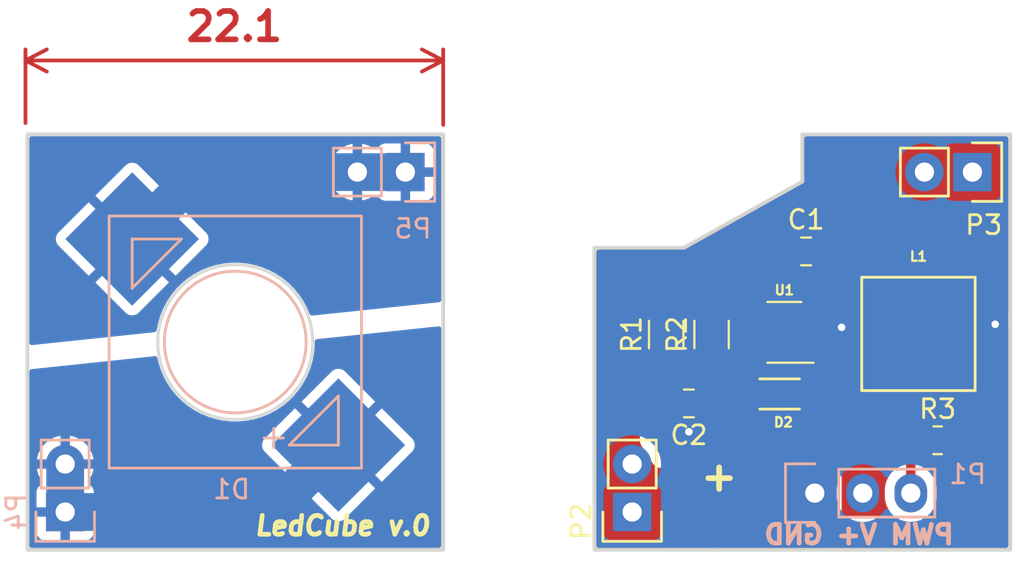
<source format=kicad_pcb>
(kicad_pcb (version 20241229) (generator "pcbnew") (generator_version "9.0")
  (layers (0 "F.Cu" signal) (2 "B.Cu" signal) (13 "F.Paste" user) (15 "B.Paste" user) (5 "F.SilkS" user "F.Silkscreen") (7 "B.SilkS" user "B.Silkscreen") (1 "F.Mask" user) (3 "B.Mask" user) (25 "Edge.Cuts" user))
  (net 0 "")
  (net 1 "/V_BAT")
  (net 2 "GND")
  (net 3 "/LED-{slash}L")
  (net 4 "/PWM")
  (net 5 "/LED+{slash}L")
  (net 6 "/LED+{slash}U")
  (net 7 "/LED-{slash}U")
  (net 8 "Net-(D2-A)")
  (footprint "Capacitor_SMD:C_0805_2012Metric_Pad1.18x1.45mm_HandSolder" (layer "F.Cu") (at 130.2 95.2)
    (property "Reference" "C1" (at 0 -1.68 0) (layer "F.SilkS"))
    (property "Value" "1uF")
    (fp_line (start -0.261252 -0.735) (end 0.261252 -0.735) (stroke (width 0.12)) (layer "F.SilkS"))
    (fp_line (start -0.261252 0.735) (end 0.261252 0.735) (stroke (width 0.12)) (layer "F.SilkS"))
    (pad "1" smd roundrect (at -1.0375 0) (size 1.175 1.45) (layers "F.Cu" "F.Mask" "F.Paste") (roundrect_rratio 0.212766) (net 5 "/LED+{slash}L"))
    (pad "2" smd roundrect (at 1.0375 0) (size 1.175 1.45) (layers "F.Cu" "F.Mask" "F.Paste") (roundrect_rratio 0.212766) (net 3 "/LED-{slash}L"))
  )
  (footprint "Capacitor_SMD:C_0805_2012Metric_Pad1.18x1.45mm_HandSolder" (layer "F.Cu") (at 124 103.25 180)
    (property "Reference" "C2" (at 0 -1.68 180) (layer "F.SilkS"))
    (property "Value" "2.2uF")
    (fp_line (start -0.261252 0.735) (end 0.261252 0.735) (stroke (width 0.12)) (layer "F.SilkS"))
    (fp_line (start -0.261252 -0.735) (end 0.261252 -0.735) (stroke (width 0.12)) (layer "F.SilkS"))
    (pad "1" smd roundrect (at -1.0375 0 180) (size 1.175 1.45) (layers "F.Cu" "F.Mask" "F.Paste") (roundrect_rratio 0.212766) (net 1 "/V_BAT"))
    (pad "2" smd roundrect (at 1.0375 0 180) (size 1.175 1.45) (layers "F.Cu" "F.Mask" "F.Paste") (roundrect_rratio 0.212766) (net 2 "GND"))
  )
  (footprint "Diodes_SMD:SOD-323_HandSoldering" (layer "F.Cu") (at 129.05 102.75)
    (property "Reference" "D2" (at -0.05 1.5 0) (layer "F.SilkS") (effects (font (size 0.5 0.5) (thickness 0.125))))
    (property "Value" "BAT20JFILM" (hide yes))
    (fp_line (start -1.3 -0.8) (end 0.8 -0.8) (stroke (width 0.15)) (layer "F.SilkS"))
    (fp_line (start -1.3 0.8) (end 0.8 0.8) (stroke (width 0.15)) (layer "F.SilkS"))
    (pad "1" smd rect (at -1.25 0) (size 1 1) (layers "F.Cu" "F.Mask" "F.Paste") (net 1 "/V_BAT"))
    (pad "2" smd rect (at 1.25 0) (size 1 1) (layers "F.Cu" "F.Mask" "F.Paste") (net 8 "Net-(D2-A)"))
  )
  (footprint "footprint:inductor_33uH" (layer "F.Cu") (at 136.144 99.568 -90)
    (property "Reference" "L1" (at -4.1 0 0) (layer "F.SilkS") (effects (font (size 0.5 0.5) (thickness 0.125))))
    (property "Value" "33uH" (hide yes))
    (fp_line (start -3 3) (end -3 -3) (stroke (width 0.15)) (layer "F.SilkS"))
    (fp_line (start 3 3) (end -3 3) (stroke (width 0.15)) (layer "F.SilkS"))
    (fp_line (start -3 -3) (end 3 -3) (stroke (width 0.15)) (layer "F.SilkS"))
    (fp_line (start 3 -3) (end 3 3) (stroke (width 0.15)) (layer "F.SilkS"))
    (pad "1" smd rect (at -2.25 0 270) (size 2 6) (layers "F.Cu" "F.Mask" "F.Paste") (net 3 "/LED-{slash}L"))
    (pad "2" smd rect (at 2.25 0 270) (size 2 6) (layers "F.Cu" "F.Mask" "F.Paste") (net 8 "Net-(D2-A)"))
  )
  (footprint "TO_SOT_Packages_SMD:SOT-23-5" (layer "F.Cu") (at 129.05 99.484286 180)
    (property "Reference" "U1" (at 0 2.234286 180) (layer "F.SilkS") (effects (font (size 0.5 0.5) (thickness 0.125))))
    (property "Value" "AL8860WT-7" (hide yes))
    (fp_line (start 0.9 -1.61) (end -1.55 -1.61) (stroke (width 0.12)) (layer "F.SilkS"))
    (fp_line (start -0.9 1.61) (end 0.9 1.61) (stroke (width 0.12)) (layer "F.SilkS"))
    (pad "1" smd rect (at -1.1 -0.95 180) (size 1.06 0.65) (layers "F.Cu" "F.Mask" "F.Paste") (net 8 "Net-(D2-A)"))
    (pad "2" smd rect (at -1.1 0 180) (size 1.06 0.65) (layers "F.Cu" "F.Mask" "F.Paste") (net 2 "GND"))
    (pad "3" smd rect (at -1.1 0.95 180) (size 1.06 0.65) (layers "F.Cu" "F.Mask" "F.Paste") (net 4 "/PWM"))
    (pad "4" smd rect (at 1.1 0.95 180) (size 1.06 0.65) (layers "F.Cu" "F.Mask" "F.Paste") (net 5 "/LED+{slash}L"))
    (pad "5" smd rect (at 1.1 -0.95 180) (size 1.06 0.65) (layers "F.Cu" "F.Mask" "F.Paste") (net 1 "/V_BAT"))
  )
  (footprint "Socket_Strips:Socket_Strip_Straight_1x02" (layer "F.Cu") (at 121 109 90)
    (property "Reference" "P2" (at -0.5 -2.7 90) (layer "F.SilkS"))
    (property "Value" "LED +VE" (hide yes))
    (fp_line (start 0 -1.55) (end -1.55 -1.55) (stroke (width 0.15)) (layer "F.SilkS"))
    (fp_line (start -1.55 -1.55) (end -1.55 1.55) (stroke (width 0.15)) (layer "F.SilkS"))
    (fp_line (start 3.81 -1.27) (end 3.81 1.27) (stroke (width 0.15)) (layer "F.SilkS"))
    (fp_line (start 1.27 -1.27) (end 3.81 -1.27) (stroke (width 0.15)) (layer "F.SilkS"))
    (fp_line (start 3.81 1.27) (end 1.27 1.27) (stroke (width 0.15)) (layer "F.SilkS"))
    (fp_line (start 1.27 1.27) (end 1.27 -1.27) (stroke (width 0.15)) (layer "F.SilkS"))
    (fp_line (start -1.55 1.55) (end 0 1.55) (stroke (width 0.15)) (layer "F.SilkS"))
    (pad "1" thru_hole rect (at 0 0 90) (size 2.032 2.032) (drill 1.016) (layers "*.Cu" "*.Mask") (net 5 "/LED+{slash}L"))
    (pad "2" thru_hole oval (at 2.54 0 90) (size 2.032 2.032) (drill 1.016) (layers "*.Cu" "*.Mask") (net 5 "/LED+{slash}L"))
  )
  (footprint "Socket_Strips:Socket_Strip_Straight_1x02" (layer "F.Cu") (at 139 91 180)
    (property "Reference" "P3" (at -0.6 -2.8 180) (layer "F.SilkS"))
    (property "Value" "LED -VE" (hide yes))
    (fp_line (start 3.81 1.27) (end 1.27 1.27) (stroke (width 0.15)) (layer "F.SilkS"))
    (fp_line (start 3.81 -1.27) (end 3.81 1.27) (stroke (width 0.15)) (layer "F.SilkS"))
    (fp_line (start 1.27 1.27) (end 1.27 -1.27) (stroke (width 0.15)) (layer "F.SilkS"))
    (fp_line (start 1.27 -1.27) (end 3.81 -1.27) (stroke (width 0.15)) (layer "F.SilkS"))
    (fp_line (start 0 -1.55) (end -1.55 -1.55) (stroke (width 0.15)) (layer "F.SilkS"))
    (fp_line (start -1.55 1.55) (end 0 1.55) (stroke (width 0.15)) (layer "F.SilkS"))
    (fp_line (start -1.55 -1.55) (end -1.55 1.55) (stroke (width 0.15)) (layer "F.SilkS"))
    (pad "1" thru_hole rect (at 0 0 180) (size 2.032 2.032) (drill 1.016) (layers "*.Cu" "*.Mask") (net 3 "/LED-{slash}L"))
    (pad "2" thru_hole oval (at 2.54 0 180) (size 2.032 2.032) (drill 1.016) (layers "*.Cu" "*.Mask") (net 3 "/LED-{slash}L"))
  )
  (footprint "Resistor_SMD:R_1206_3216Metric_Pad1.30x1.75mm_HandSolder" (layer "F.Cu") (at 122.8 99.6 90)
    (property "Reference" "R1" (at 0 -1.83 90) (layer "F.SilkS"))
    (property "Value" "0.5")
    (fp_line (start -0.727064 -0.91) (end 0.727064 -0.91) (stroke (width 0.12)) (layer "F.SilkS"))
    (fp_line (start -0.727064 0.91) (end 0.727064 0.91) (stroke (width 0.12)) (layer "F.SilkS"))
    (pad "1" smd roundrect (at -1.55 0 90) (size 1.3 1.75) (layers "F.Cu" "F.Mask" "F.Paste") (roundrect_rratio 0.192308) (net 1 "/V_BAT"))
    (pad "2" smd roundrect (at 1.55 0 90) (size 1.3 1.75) (layers "F.Cu" "F.Mask" "F.Paste") (roundrect_rratio 0.192308) (net 5 "/LED+{slash}L"))
  )
  (footprint "Resistor_SMD:R_1206_3216Metric_Pad1.30x1.75mm_HandSolder" (layer "F.Cu") (at 125.2 99.6 90)
    (property "Reference" "R2" (at 0 -1.83 90) (layer "F.SilkS"))
    (property "Value" "0.5")
    (fp_line (start -0.727064 -0.91) (end 0.727064 -0.91) (stroke (width 0.12)) (layer "F.SilkS"))
    (fp_line (start -0.727064 0.91) (end 0.727064 0.91) (stroke (width 0.12)) (layer "F.SilkS"))
    (pad "1" smd roundrect (at -1.55 0 90) (size 1.3 1.75) (layers "F.Cu" "F.Mask" "F.Paste") (roundrect_rratio 0.192308) (net 1 "/V_BAT"))
    (pad "2" smd roundrect (at 1.55 0 90) (size 1.3 1.75) (layers "F.Cu" "F.Mask" "F.Paste") (roundrect_rratio 0.192308) (net 5 "/LED+{slash}L"))
  )
  (footprint "Resistor_SMD:R_0805_2012Metric_Pad1.20x1.40mm_HandSolder" (layer "F.Cu") (at 137.16 105.2)
    (property "Reference" "R3" (at 0 -1.65 0) (layer "F.SilkS"))
    (property "Value" "10k")
    (fp_line (start -0.227064 -0.735) (end 0.227064 -0.735) (stroke (width 0.12)) (layer "F.SilkS"))
    (fp_line (start -0.227064 0.735) (end 0.227064 0.735) (stroke (width 0.12)) (layer "F.SilkS"))
    (pad "1" smd roundrect (at -1 0) (size 1.2 1.4) (layers "F.Cu" "F.Mask" "F.Paste") (roundrect_rratio 0.208333) (net 4 "/PWM"))
    (pad "2" smd roundrect (at 1 0) (size 1.2 1.4) (layers "F.Cu" "F.Mask" "F.Paste") (roundrect_rratio 0.208333) (net 2 "GND"))
  )
  (footprint "footprint:CXA1304" (layer "B.Cu") (at 100 100)
    (property "Reference" "D1" (at -0.2 7.8 0) (layer "B.SilkS") (effects (justify mirror)))
    (property "Value" "CXA1304" (hide yes))
    (fp_line (start -6.675 -6.675) (end 6.675 -6.675) (stroke (width 0.15)) (layer "B.SilkS"))
    (fp_line (start -6.675 6.675) (end -6.675 -6.675) (stroke (width 0.15)) (layer "B.SilkS"))
    (fp_line (start -6.675 6.675) (end 6.675 6.675) (stroke (width 0.15)) (layer "B.SilkS"))
    (fp_line (start -5.455 -5.455) (end -2.855 -5.455) (stroke (width 0.15)) (layer "B.SilkS"))
    (fp_line (start -5.455 -2.855) (end -5.455 -5.455) (stroke (width 0.15)) (layer "B.SilkS"))
    (fp_line (start -5.455 -2.855) (end -2.855 -5.455) (stroke (width 0.15)) (layer "B.SilkS"))
    (fp_line (start 1.524 5.08) (end 2.54 5.08) (stroke (width 0.15)) (layer "B.SilkS"))
    (fp_line (start 2.032 5.588) (end 2.032 4.572) (stroke (width 0.15)) (layer "B.SilkS"))
    (fp_line (start 2.855 5.455) (end 5.455 5.455) (stroke (width 0.15)) (layer "B.SilkS"))
    (fp_line (start 5.455 2.855) (end 2.855 5.455) (stroke (width 0.15)) (layer "B.SilkS"))
    (fp_line (start 5.455 5.455) (end 5.455 2.855) (stroke (width 0.15)) (layer "B.SilkS"))
    (fp_line (start 6.675 6.675) (end 6.675 -6.675) (stroke (width 0.15)) (layer "B.SilkS"))
    (fp_circle (center 0 0) (end 0 -3.75) (stroke (width 0.15)) (fill no) (layer "B.SilkS"))
    (pad "1" smd rect (at -5.455 -5.455 315) (size 5 5) (layers "B.Cu" "B.Mask" "B.Paste") (net 7 "/LED-{slash}U"))
    (pad "2" smd rect (at 5.455 5.455 315) (size 5 5) (layers "B.Cu" "B.Mask" "B.Paste") (net 6 "/LED+{slash}U"))
  )
  (footprint "Socket_Strips:Socket_Strip_Straight_1x03" (layer "B.Cu") (at 130.66 108)
    (property "Reference" "P1" (at 8.09 -1 0) (layer "B.SilkS") (effects (justify mirror)))
    (property "Value" "Power" (hide yes))
    (fp_line (start -1.55 -1.55) (end 0 -1.55) (stroke (width 0.15)) (layer "B.SilkS"))
    (fp_line (start -1.55 1.55) (end -1.55 -1.55) (stroke (width 0.15)) (layer "B.SilkS"))
    (fp_line (start 0 1.55) (end -1.55 1.55) (stroke (width 0.15)) (layer "B.SilkS"))
    (fp_line (start 1.27 -1.27) (end 1.27 1.27) (stroke (width 0.15)) (layer "B.SilkS"))
    (fp_line (start 1.27 1.27) (end 6.35 1.27) (stroke (width 0.15)) (layer "B.SilkS"))
    (fp_line (start 6.35 -1.27) (end 1.27 -1.27) (stroke (width 0.15)) (layer "B.SilkS"))
    (fp_line (start 6.35 1.27) (end 6.35 -1.27) (stroke (width 0.15)) (layer "B.SilkS"))
    (pad "1" thru_hole rect (at 0 0) (size 1.7272 2.032) (drill 1.016) (layers "*.Cu" "*.Mask") (net 2 "GND"))
    (pad "2" thru_hole oval (at 2.54 0) (size 1.7272 2.032) (drill 1.016) (layers "*.Cu" "*.Mask") (net 1 "/V_BAT"))
    (pad "3" thru_hole oval (at 5.08 0) (size 1.7272 2.032) (drill 1.016) (layers "*.Cu" "*.Mask") (net 4 "/PWM"))
  )
  (footprint "Socket_Strips:Socket_Strip_Straight_1x02" (layer "B.Cu") (at 91 109 90)
    (property "Reference" "P4" (at 0 -2.6 90) (layer "B.SilkS") (effects (justify mirror)))
    (property "Value" "LED +VE" (hide yes))
    (fp_line (start -1.55 -1.55) (end 0 -1.55) (stroke (width 0.15)) (layer "B.SilkS"))
    (fp_line (start 3.81 -1.27) (end 1.27 -1.27) (stroke (width 0.15)) (layer "B.SilkS"))
    (fp_line (start 1.27 -1.27) (end 1.27 1.27) (stroke (width 0.15)) (layer "B.SilkS"))
    (fp_line (start 3.81 1.27) (end 3.81 -1.27) (stroke (width 0.15)) (layer "B.SilkS"))
    (fp_line (start 1.27 1.27) (end 3.81 1.27) (stroke (width 0.15)) (layer "B.SilkS"))
    (fp_line (start 0 1.55) (end -1.55 1.55) (stroke (width 0.15)) (layer "B.SilkS"))
    (fp_line (start -1.55 1.55) (end -1.55 -1.55) (stroke (width 0.15)) (layer "B.SilkS"))
    (pad "1" thru_hole rect (at 0 0 90) (size 2.032 2.032) (drill 1.016) (layers "*.Cu" "*.Mask") (net 6 "/LED+{slash}U"))
    (pad "2" thru_hole oval (at 2.54 0 90) (size 2.032 2.032) (drill 1.016) (layers "*.Cu" "*.Mask") (net 6 "/LED+{slash}U"))
  )
  (footprint "Socket_Strips:Socket_Strip_Straight_1x02" (layer "B.Cu") (at 109 91 180)
    (property "Reference" "P5" (at -0.4 -3 180) (layer "B.SilkS") (effects (justify mirror)))
    (property "Value" "LED -VE" (hide yes))
    (fp_line (start 3.81 1.27) (end 3.81 -1.27) (stroke (width 0.15)) (layer "B.SilkS"))
    (fp_line (start 3.81 -1.27) (end 1.27 -1.27) (stroke (width 0.15)) (layer "B.SilkS"))
    (fp_line (start 1.27 1.27) (end 3.81 1.27) (stroke (width 0.15)) (layer "B.SilkS"))
    (fp_line (start 1.27 -1.27) (end 1.27 1.27) (stroke (width 0.15)) (layer "B.SilkS"))
    (fp_line (start 0 1.55) (end -1.55 1.55) (stroke (width 0.15)) (layer "B.SilkS"))
    (fp_line (start -1.55 1.55) (end -1.55 -1.55) (stroke (width 0.15)) (layer "B.SilkS"))
    (fp_line (start -1.55 -1.55) (end 0 -1.55) (stroke (width 0.15)) (layer "B.SilkS"))
    (pad "1" thru_hole rect (at 0 0 180) (size 2.032 2.032) (drill 1.016) (layers "*.Cu" "*.Mask") (net 7 "/LED-{slash}U"))
    (pad "2" thru_hole oval (at 2.54 0 180) (size 2.032 2.032) (drill 1.016) (layers "*.Cu" "*.Mask") (net 7 "/LED-{slash}U"))
  )
  (gr_line (start 119 111) (end 141 111) (stroke (width 0.2)) (layer "Edge.Cuts"))
  (gr_line (start 130 89) (end 141 89) (stroke (width 0.2)) (layer "Edge.Cuts"))
  (gr_line (start 119 95) (end 119 111) (stroke (width 0.2)) (layer "Edge.Cuts"))
  (gr_line (start 89 89) (end 111 89) (stroke (width 0.2)) (layer "Edge.Cuts"))
  (gr_line (start 130 91.5) (end 123.75 95) (stroke (width 0.2)) (layer "Edge.Cuts"))
  (gr_line (start 89 111) (end 111 111) (stroke (width 0.2)) (layer "Edge.Cuts"))
  (gr_line (start 130 89) (end 130 91.5) (stroke (width 0.2)) (layer "Edge.Cuts"))
  (gr_line (start 111 89) (end 111 111) (stroke (width 0.2)) (layer "Edge.Cuts"))
  (gr_line (start 89 89) (end 89 111) (stroke (width 0.2)) (layer "Edge.Cuts"))
  (gr_line (start 141 89) (end 141 111) (stroke (width 0.2)) (layer "Edge.Cuts"))
  (gr_line (start 123.75 95) (end 119 95) (stroke (width 0.2)) (layer "Edge.Cuts"))
  (gr_circle (center 100 100) (end 100 95.9) (stroke (width 0.15)) (fill no) (layer "Edge.Cuts"))
  (gr_text "LedCube v.0" (at 105.664 109.728 0) (layer "F.SilkS") (effects (font (size 1 1) (thickness 0.25) (italic yes))))
  (gr_text "+" (at 125.6 107.1 0) (layer "F.SilkS") (effects (font (size 1.5 1.5) (thickness 0.3))))
  (gr_text "PWM V+ GND" (at 133 110.2 0) (layer "B.SilkS") (effects (font (size 1 1) (thickness 0.25)) (justify mirror)))
  (dimension (type orthogonal) (layer "F.Cu") (pts (xy 88.9 88.9) (xy 111 89)) (height -3.81) (orientation 0) (format (prefix "") (suffix "") (units 3) (units_format 0) (precision 4) (suppress_zeroes yes)) (style (thickness 0.2) (arrow_length 1.27) (text_position_mode 0) (arrow_direction outward) (extension_height 0.58642) (extension_offset 0.5) (keep_text_aligned yes)) (gr_text "22.1" (at 99.95 83.29 0) (layer "F.Cu") (effects (font (size 1.5 1.5) (thickness 0.3)))))
  (segment (start 131.75 105.25) (end 127 105.25) (width 1.5) (layer "F.Cu") (net 1))
  (segment (start 126.5 104.75) (end 126.5 102.5) (width 1.5) (layer "F.Cu") (net 1))
  (segment (start 133.2 108) (end 133.2 106.7) (width 1.5) (layer "F.Cu") (net 1))
  (segment (start 127 105.25) (end 126.5 104.75) (width 1.5) (layer "F.Cu") (net 1))
  (segment (start 133.2 106.7) (end 131.75 105.25) (width 1.5) (layer "F.Cu") (net 1))
  (segment (start 123 103.25) (end 123 104.25) (width 0.5) (layer "F.Cu") (net 2))
  (segment (start 123.5 104.75) (end 124 104.75) (width 0.5) (layer "F.Cu") (net 2))
  (segment (start 126.5 108) (end 130.66 108) (width 0.5) (layer "F.Cu") (net 2))
  (segment (start 123 104.25) (end 123.5 104.75) (width 0.5) (layer "F.Cu") (net 2))
  (segment (start 124 105.5) (end 126.5 108) (width 0.5) (layer "F.Cu") (net 2))
  (segment (start 132.08 99.218572) (end 131.5 99.218572) (width 0.5) (layer "F.Cu") (net 2))
  (segment (start 131.234286 99.484286) (end 130.15 99.484286) (width 0.5) (layer "F.Cu") (net 2))
  (segment (start 124 104.75) (end 124 105.5) (width 0.5) (layer "F.Cu") (net 2))
  (segment (start 131.5 99.218572) (end 131.234286 99.484286) (width 0.5) (layer "F.Cu") (net 2))
  (via (at 140.208 99.06) (size 0.6) (drill 0.4) (layers "F.Cu" "B.Cu") (net 2))
  (via (at 124 104.75) (size 0.6) (drill 0.4) (layers "F.Cu" "B.Cu") (net 2))
  (via (at 132.08 99.218572) (size 0.6) (drill 0.4) (layers "F.Cu" "B.Cu") (net 2))
  (segment (start 124 104.75) (end 124 105.5) (width 0.5) (layer "B.Cu") (net 2))
  (segment (start 123.25 105.5) (end 123.25 104.75) (width 0.5) (layer "B.Cu") (net 2))
  (segment (start 136.16 105.2) (end 135.74 105.62) (width 0.5) (layer "F.Cu") (net 4))
  (segment (start 135.74 105.62) (end 135.74 108) (width 0.5) (layer "F.Cu") (net 4))
  (segment (start 129.256714 98.708286) (end 129.976 98.708286) (width 0.5) (layer "F.Cu") (net 4))
  (segment (start 129.252 103.8) (end 134.76 103.8) (width 0.5) (layer "F.Cu") (net 4))
  (segment (start 128.931 99.034) (end 129.256714 98.708286) (width 0.5) (layer "F.Cu") (net 4))
  (segment (start 128.931 99.695) (end 128.931 99.034) (width 0.5) (layer "F.Cu") (net 4))
  (segment (start 134.76 103.8) (end 136.16 105.2) (width 0.5) (layer "F.Cu") (net 4))
  (segment (start 128.931 99.086) (end 128.931 103.479) (width 0.5) (layer "F.Cu") (net 4))
  (segment (start 129.976 98.708286) (end 130.15 98.534286) (width 0.5) (layer "F.Cu") (net 4))
  (segment (start 128.931 103.479) (end 129.252 103.8) (width 0.5) (layer "F.Cu") (net 4))
  (segment (start 135.74 108) (end 135.74 107.8476) (width 0.5) (layer "B.Cu") (net 4))
  (segment (start 101.91 109) (end 105.455 105.455) (width 2) (layer "B.Cu") (net 6))
  (segment (start 91 109) (end 101.91 109) (width 2) (layer "B.Cu") (net 6))
  (segment (start 91 109) (end 91 106.46) (width 2) (layer "B.Cu") (net 6))
  (segment (start 109 91) (end 106.46 91) (width 2) (layer "B.Cu") (net 7))
  (segment (start 106.46 91) (end 98.09 91) (width 2) (layer "B.Cu") (net 7))
  (segment (start 98.09 91) (end 94.545 94.545) (width 2) (layer "B.Cu") (net 7))
  (segment (start 130.3 100.584286) (end 130.15 100.434286) (width 0.5) (layer "F.Cu") (net 8))
  (segment (start 130.3 102.75) (end 130.3 100.584286) (width 0.5) (layer "F.Cu") (net 8))
  (zone (net 5) (net_name "/LED+{slash}L") (layer "F.Cu") (priority 10) (connect_pads yes (clearance 0.508)) (min_thickness 0.254) (fill yes (thermal_gap 0.508) (thermal_bridge_width 0.508))
    (polygon (pts (xy 125.048 98.75) (xy 130.048 98.75) (xy 130.048 88.9) (xy 118.872 88.9) (xy 118.872 111.482) (xy 125.048 111.482)))
  )
  (zone (net 2) (net_name "GND") (layer "F.Cu") (priority 10) (connect_pads (clearance 0.508)) (min_thickness 0.25) (fill yes (thermal_gap 0.5) (thermal_bridge_width 0.5))
    (polygon (pts (xy 124.46 102.362) (xy 124.46 104.775) (xy 124.46 106.172) (xy 121.92 106.172) (xy 121.92 102.108)))
  )
  (zone (net 3) (net_name "/LED-{slash}L") (layer "F.Cu") (connect_pads yes (clearance 0.508)) (min_thickness 0.254) (fill yes (thermal_gap 0.508) (thermal_bridge_width 0.508))
    (polygon (pts (xy 130.048 93.472) (xy 130.048 88.392) (xy 141.224 88.392) (xy 141.224 98.552) (xy 133.096 98.552) (xy 133.096 98.044) (xy 130.048 98.044)))
  )
  (zone (net 8) (net_name "Net-(D2-A)") (layer "F.Cu") (priority 10) (connect_pads yes (clearance 0.508)) (min_thickness 0.254) (fill yes (thermal_gap 0.508) (thermal_bridge_width 0.508))
    (polygon (pts (xy 129.54 100.076) (xy 129.54 103.75) (xy 139.7 103.625789) (xy 139.7 100.076)))
  )
  (zone (net 1) (net_name "/V_BAT") (layer "F.Cu") (connect_pads yes (clearance 0.508)) (min_thickness 0.254) (fill yes (thermal_gap 0.508) (thermal_bridge_width 0.508))
    (polygon (pts (xy 121.92 99.06) (xy 126.365 99.06) (xy 128.27 99.06) (xy 128.27 104.14) (xy 134.62 104.14) (xy 134.62 109.347) (xy 132.08 109.347) (xy 132.08 106.29) (xy 124.46 106.29) (xy 124.46 102.108) (xy 121.92 102.108)))
  )
  (zone (net 2) (net_name "GND") (layers "F.Cu" "B.Cu") (connect_pads yes (clearance 0.508)) (min_thickness 0.254) (fill yes (thermal_gap 0.508) (thermal_bridge_width 0.508))
    (polygon (pts (xy 118.364 88.392) (xy 141.75 88.392) (xy 141.732 111.75) (xy 118.364 111.75)))
  )
  (zone (net 6) (net_name "/LED+{slash}U") (layer "B.Cu") (priority 2) (connect_pads (clearance 0.508)) (min_thickness 0.25) (fill yes (thermal_gap 0.5) (thermal_bridge_width 0.5))
    (polygon (pts (xy 87.63 111.76) (xy 87.63 101.6) (xy 111.76 99.06) (xy 111.76 111.76)))
  )
  (zone (net 7) (net_name "/LED-{slash}U") (layer "B.Cu") (priority 1) (connect_pads (clearance 0.508)) (min_thickness 0.25) (fill yes (thermal_gap 0.5) (thermal_bridge_width 0.5))
    (polygon (pts (xy 87.63 88.9) (xy 111.76 88.9) (xy 111.76 97.79) (xy 87.63 100.33)))
  )
)
</source>
